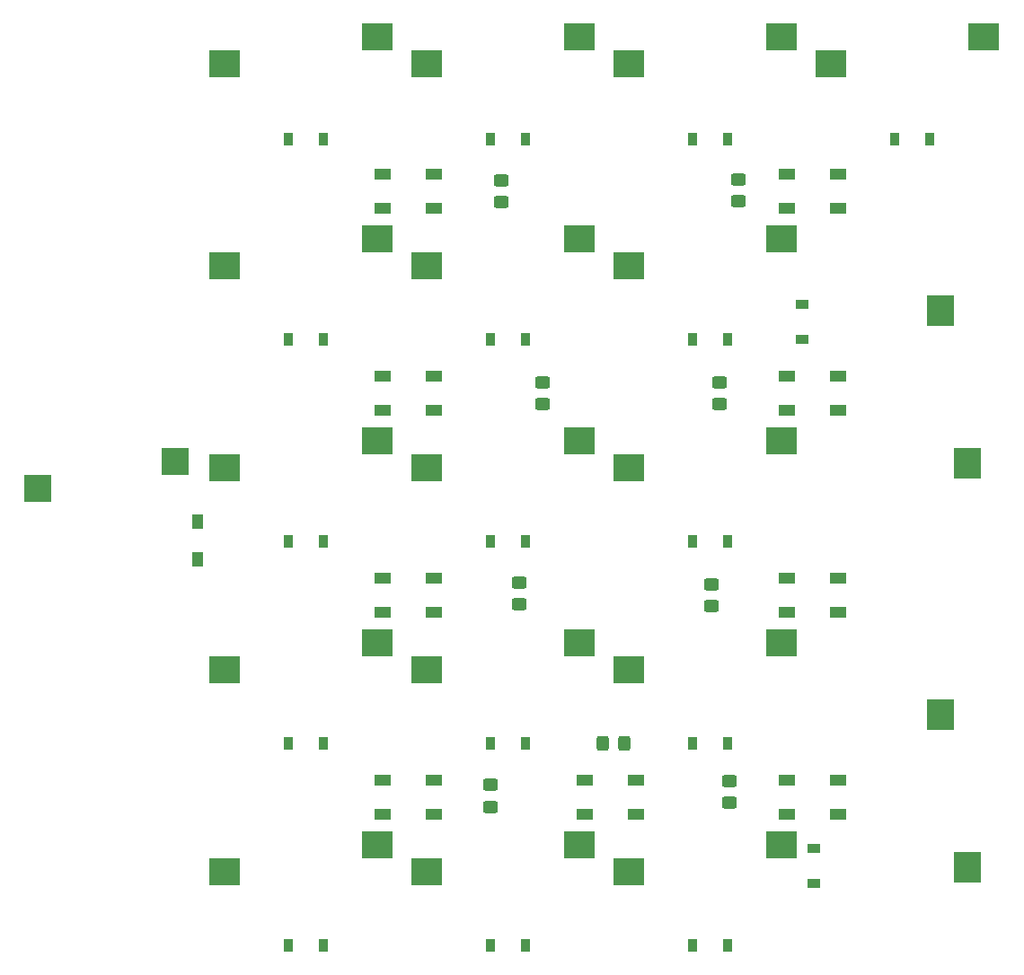
<source format=gbp>
G04 #@! TF.GenerationSoftware,KiCad,Pcbnew,(6.0.0)*
G04 #@! TF.CreationDate,2023-01-06T10:55:49+07:00*
G04 #@! TF.ProjectId,yampad_v2,79616d70-6164-45f7-9632-2e6b69636164,2.0*
G04 #@! TF.SameCoordinates,Original*
G04 #@! TF.FileFunction,Paste,Bot*
G04 #@! TF.FilePolarity,Positive*
%FSLAX46Y46*%
G04 Gerber Fmt 4.6, Leading zero omitted, Abs format (unit mm)*
G04 Created by KiCad (PCBNEW (6.0.0)) date 2023-01-06 10:55:49*
%MOMM*%
%LPD*%
G01*
G04 APERTURE LIST*
G04 Aperture macros list*
%AMRoundRect*
0 Rectangle with rounded corners*
0 $1 Rounding radius*
0 $2 $3 $4 $5 $6 $7 $8 $9 X,Y pos of 4 corners*
0 Add a 4 corners polygon primitive as box body*
4,1,4,$2,$3,$4,$5,$6,$7,$8,$9,$2,$3,0*
0 Add four circle primitives for the rounded corners*
1,1,$1+$1,$2,$3*
1,1,$1+$1,$4,$5*
1,1,$1+$1,$6,$7*
1,1,$1+$1,$8,$9*
0 Add four rect primitives between the rounded corners*
20,1,$1+$1,$2,$3,$4,$5,0*
20,1,$1+$1,$4,$5,$6,$7,0*
20,1,$1+$1,$6,$7,$8,$9,0*
20,1,$1+$1,$8,$9,$2,$3,0*%
G04 Aperture macros list end*
%ADD10R,3.000000X2.500000*%
%ADD11R,2.500000X3.000000*%
%ADD12R,2.550000X2.500000*%
%ADD13R,1.500000X1.000000*%
%ADD14R,0.900000X1.200000*%
%ADD15RoundRect,0.250000X-0.450000X0.325000X-0.450000X-0.325000X0.450000X-0.325000X0.450000X0.325000X0*%
%ADD16RoundRect,0.250000X-0.325000X-0.450000X0.325000X-0.450000X0.325000X0.450000X-0.325000X0.450000X0*%
%ADD17RoundRect,0.250000X0.450000X-0.325000X0.450000X0.325000X-0.450000X0.325000X-0.450000X-0.325000X0*%
%ADD18R,1.200000X0.900000*%
%ADD19R,1.000000X1.400000*%
G04 APERTURE END LIST*
D10*
X100580000Y-141224000D03*
X86180000Y-143764000D03*
X119630000Y-141224000D03*
X105230000Y-143764000D03*
D11*
X156210000Y-143379000D03*
X153670000Y-128979000D03*
D10*
X119630000Y-65024000D03*
X105230000Y-67564000D03*
X157730000Y-65024000D03*
X143330000Y-67564000D03*
X100580000Y-84074000D03*
X86180000Y-86614000D03*
X119630000Y-84074000D03*
X105230000Y-86614000D03*
X138680000Y-84074000D03*
X124280000Y-86614000D03*
X100580000Y-103124000D03*
X86180000Y-105664000D03*
X119630000Y-103124000D03*
X105230000Y-105664000D03*
X138680000Y-103124000D03*
X124280000Y-105664000D03*
X100580000Y-122174000D03*
X86180000Y-124714000D03*
X119630000Y-122174000D03*
X105230000Y-124714000D03*
X138680000Y-122174000D03*
X124280000Y-124714000D03*
X138680000Y-141224000D03*
X124280000Y-143764000D03*
X100580000Y-65024000D03*
X86180000Y-67564000D03*
X138680000Y-65024000D03*
X124280000Y-67564000D03*
D11*
X156210000Y-105279000D03*
X153670000Y-90879000D03*
D12*
X68595000Y-107650000D03*
X81522000Y-105110000D03*
D13*
X105955000Y-116129000D03*
X105955000Y-119329000D03*
X101055000Y-119329000D03*
X101055000Y-116129000D03*
X139155000Y-119329000D03*
X139155000Y-116129000D03*
X144055000Y-116129000D03*
X144055000Y-119329000D03*
D14*
X114553000Y-74676000D03*
X111253000Y-74676000D03*
X114553000Y-112649000D03*
X111253000Y-112649000D03*
X95503000Y-112649000D03*
X92203000Y-112649000D03*
X133603000Y-112649000D03*
X130303000Y-112649000D03*
D15*
X133750000Y-135225000D03*
X133750000Y-137275000D03*
D14*
X114553000Y-131699000D03*
X111253000Y-131699000D03*
D16*
X121825000Y-131700000D03*
X123875000Y-131700000D03*
D14*
X95503000Y-131699000D03*
X92203000Y-131699000D03*
X133603000Y-150749000D03*
X130303000Y-150749000D03*
D17*
X111250000Y-137675000D03*
X111250000Y-135625000D03*
D14*
X114553000Y-150749000D03*
X111253000Y-150749000D03*
D13*
X125005000Y-135179000D03*
X125005000Y-138379000D03*
X120105000Y-138379000D03*
X120105000Y-135179000D03*
D14*
X133603000Y-131699000D03*
X130303000Y-131699000D03*
D13*
X105955000Y-78029000D03*
X105955000Y-81229000D03*
X101055000Y-81229000D03*
X101055000Y-78029000D03*
X105955000Y-135179000D03*
X105955000Y-138379000D03*
X101055000Y-138379000D03*
X101055000Y-135179000D03*
D14*
X95503000Y-74676000D03*
X92203000Y-74676000D03*
D13*
X139155000Y-81229000D03*
X139155000Y-78029000D03*
X144055000Y-78029000D03*
X144055000Y-81229000D03*
D14*
X95503000Y-150749000D03*
X92203000Y-150749000D03*
D17*
X112300000Y-80675000D03*
X112300000Y-78625000D03*
X116200000Y-99725000D03*
X116200000Y-97675000D03*
X113950000Y-116525000D03*
X113950000Y-118575000D03*
D15*
X132100000Y-116725000D03*
X132100000Y-118775000D03*
X132800000Y-97675000D03*
X132800000Y-99725000D03*
X134600000Y-78525000D03*
X134600000Y-80575000D03*
D14*
X133603000Y-74676000D03*
X130303000Y-74676000D03*
X152653000Y-74676000D03*
X149353000Y-74676000D03*
X114553000Y-93599000D03*
X111253000Y-93599000D03*
X133603000Y-93599000D03*
X130303000Y-93599000D03*
D18*
X140650000Y-93600000D03*
X140650000Y-90300000D03*
X141732000Y-144906000D03*
X141732000Y-141606000D03*
D13*
X105955000Y-97079000D03*
X105955000Y-100279000D03*
X101055000Y-100279000D03*
X101055000Y-97079000D03*
X139155000Y-138379000D03*
X139155000Y-135179000D03*
X144055000Y-135179000D03*
X144055000Y-138379000D03*
X139155000Y-100279000D03*
X139155000Y-97079000D03*
X144055000Y-97079000D03*
X144055000Y-100279000D03*
D14*
X95503000Y-93599000D03*
X92203000Y-93599000D03*
D19*
X83630000Y-110775000D03*
X83630000Y-114325000D03*
M02*

</source>
